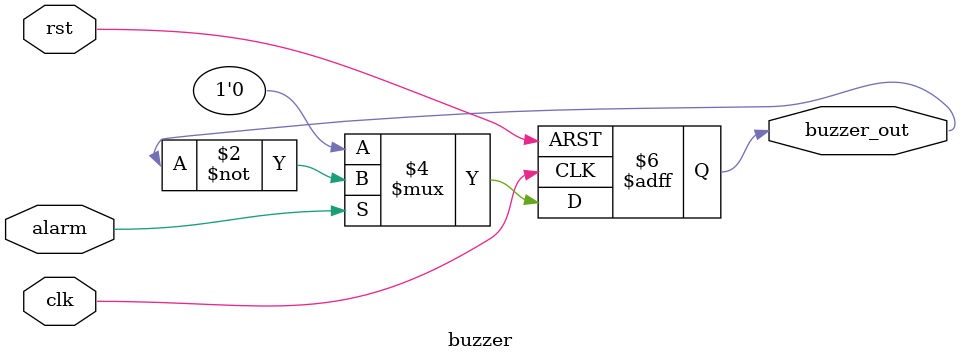
<source format=v>
module buzzer (
    input clk,        // should be ~2kHz
    input rst,
    input alarm,      // alarm signal from FSM
    output reg buzzer_out
);

    always @(posedge clk or posedge rst) begin
        if (rst)
            buzzer_out <= 0;
        else if (alarm)
            buzzer_out <= ~buzzer_out;
        else
            buzzer_out <= 0;
    end

endmodule

</source>
